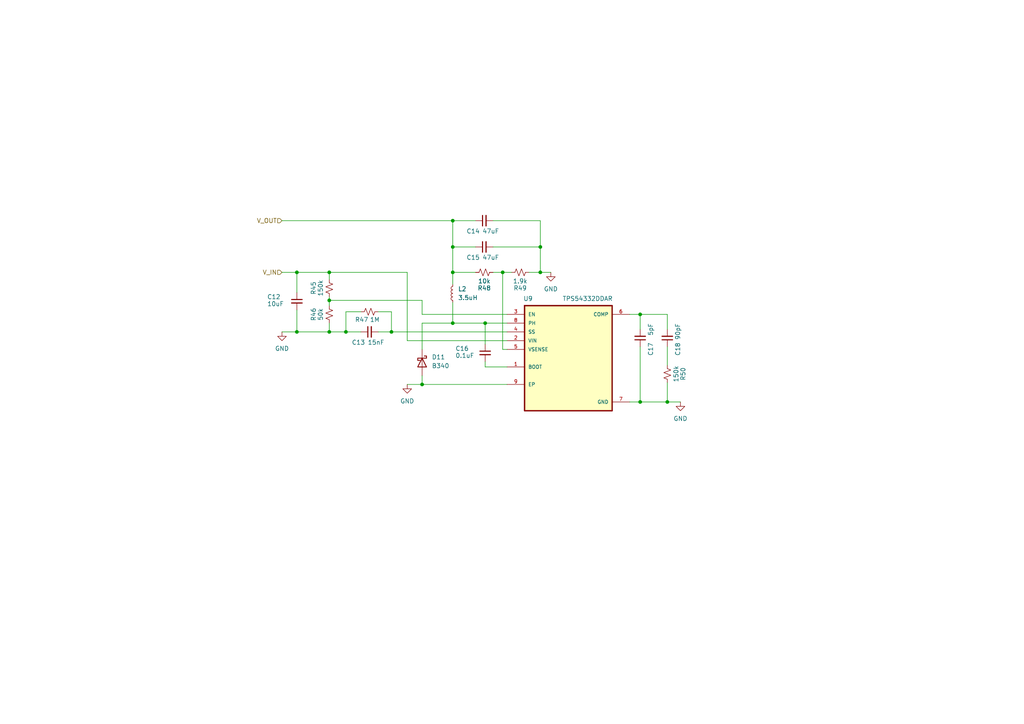
<source format=kicad_sch>
(kicad_sch (version 20211123) (generator eeschema)
  (paper "A4")
  (lib_symbols
    (symbol "Device:C_Small" (pin_numbers hide) (pin_names (offset 0.254) hide)
      (property "Reference" "C" (at 0.254 1.778 0))
      (property "Value" "C_Small" (at 0.254 -2.032 0))
      (symbol "C_Small_0_1"
        (polyline (pts (xy -1.524 -0.508) (xy 1.524 -0.508)) (stroke (width 0.3302)))
        (polyline (pts (xy -1.524 0.508) (xy 1.524 0.508)) (stroke (width 0.3048)))
      )
      (symbol "C_Small_1_1"
        (pin passive line (at 0 2.54 270) (length 2.032) (name "~") (number "1"))
        (pin passive line (at 0 -2.54 90) (length 2.032) (name "~") (number "2"))
      )
    )
    (symbol "Device:L_Small" (pin_numbers hide) (pin_names (offset 0.254) hide)
      (property "Reference" "L" (at 0.762 1.016 0))
      (property "Value" "L_Small" (at 0.762 -1.016 0))
      (symbol "L_Small_0_1"
        (arc (start 0 -2.032) (mid 0.508 -1.524) (end 0 -1.016))
        (arc (start 0 -1.016) (mid 0.508 -0.508) (end 0 0))
        (arc (start 0 0) (mid 0.508 0.508) (end 0 1.016))
        (arc (start 0 1.016) (mid 0.508 1.524) (end 0 2.032))
      )
      (symbol "L_Small_1_1"
        (pin passive line (at 0 2.54 270) (length 0.508) (name "~") (number "1"))
        (pin passive line (at 0 -2.54 90) (length 0.508) (name "~") (number "2"))
      )
    )
    (symbol "Device:R_Small_US" (pin_numbers hide) (pin_names (offset 0.254) hide)
      (property "Reference" "R" (at 0.762 0.508 0))
      (property "Value" "R_Small_US" (at 0.762 -1.016 0))
      (symbol "R_Small_US_1_1"
        (polyline (pts (xy 0 0) (xy 1.016 -0.381) (xy 0 -0.762) (xy -1.016 -1.143) (xy 0 -1.524)))
        (polyline (pts (xy 0 1.524) (xy 1.016 1.143) (xy 0 0.762) (xy -1.016 0.381) (xy 0 0)))
        (pin passive line (at 0 2.54 270) (length 1.016) (name "~") (number "1"))
        (pin passive line (at 0 -2.54 90) (length 1.016) (name "~") (number "2"))
      )
    )
    (symbol "Diode:B340" (pin_numbers hide) (pin_names (offset 1.016) hide)
      (property "Reference" "D" (at 0 2.54 0))
      (property "Value" "B340" (at 0 -2.54 0))
      (symbol "B340_0_1"
        (polyline (pts (xy 1.27 0) (xy -1.27 0)))
        (polyline (pts (xy 1.27 1.27) (xy 1.27 -1.27) (xy -1.27 0) (xy 1.27 1.27)) (stroke (width 0.254)))
        (polyline (pts (xy -1.905 0.635) (xy -1.905 1.27) (xy -1.27 1.27) (xy -1.27 -1.27) (xy -0.635 -1.27) (xy -0.635 -0.635)) (stroke (width 0.254)))
      )
      (symbol "B340_1_1"
        (pin passive line (at -3.81 0 0) (length 2.54) (name "K") (number "1"))
        (pin passive line (at 3.81 0 180) (length 2.54) (name "A") (number "2"))
      )
    )
    (symbol "TPS54332DDAR:TPS54332DDAR" (pin_names (offset 1.016))
      (property "Reference" "U" (at -12.7 16.2306 0))
      (property "Value" "TPS54332DDAR" (at -12.7 -19.2278 0))
      (symbol "TPS54332DDAR_0_0"
        (rectangle (start -12.7 -15.24) (end 12.7 15.24) (stroke (width 0.4064)) (fill (type background)))
        (pin bidirectional line (at -17.78 -2.54 0) (length 5.08) (name "BOOT") (number "1"))
        (pin input line (at -17.78 5.08 0) (length 5.08) (name "VIN") (number "2"))
        (pin input line (at -17.78 12.7 0) (length 5.08) (name "EN") (number "3"))
        (pin input line (at -17.78 7.62 0) (length 5.08) (name "SS") (number "4"))
        (pin input line (at -17.78 2.54 0) (length 5.08) (name "VSENSE") (number "5"))
        (pin output line (at 17.78 12.7 180) (length 5.08) (name "COMP") (number "6"))
        (pin power_in line (at 17.78 -12.7 180) (length 5.08) (name "GND") (number "7"))
        (pin input line (at -17.78 10.16 0) (length 5.08) (name "PH") (number "8"))
        (pin bidirectional line (at -17.78 -7.62 0) (length 5.08) (name "EP") (number "9"))
      )
    )
    (symbol "power:GND" (power) (pin_names (offset 0))
      (property "Value" "GND" (at 0 -3.81 0))
      (symbol "GND_0_1"
        (polyline (pts (xy 0 0) (xy 0 -1.27) (xy 1.27 -1.27) (xy 0 -2.54) (xy -1.27 -1.27) (xy 0 -1.27)))
      )
      (symbol "GND_1_1"
        (pin power_in line (at 0 0 270) (length 0) hide (name "GND") (number "1"))
      )
    )
  )
  (junction (at 131.318 93.726))
  (junction (at 131.318 64.008))
  (junction (at 122.428 111.506))
  (junction (at 156.718 71.628))
  (junction (at 86.106 96.266))
  (junction (at 185.674 116.586))
  (junction (at 156.718 78.994))
  (junction (at 185.674 91.186))
  (junction (at 131.318 71.628))
  (junction (at 86.106 78.994))
  (junction (at 100.33 96.266))
  (junction (at 131.318 78.994))
  (junction (at 145.796 78.994))
  (junction (at 95.504 78.994))
  (junction (at 95.504 87.122))
  (junction (at 95.504 96.266))
  (junction (at 140.716 93.726))
  (junction (at 193.548 116.586))
  (junction (at 113.538 96.266))
  (wire (pts (xy 104.648 90.424) (xy 100.33 90.424)))
  (wire (pts (xy 122.428 93.726) (xy 131.318 93.726)))
  (wire (pts (xy 185.674 91.186) (xy 185.674 95.504)))
  (wire (pts (xy 86.106 96.266) (xy 95.504 96.266)))
  (wire (pts (xy 193.548 91.186) (xy 185.674 91.186)))
  (wire (pts (xy 137.922 64.008) (xy 131.318 64.008)))
  (wire (pts (xy 147.066 101.346) (xy 145.796 101.346)))
  (wire (pts (xy 95.504 87.122) (xy 122.428 87.122)))
  (wire (pts (xy 95.504 96.266) (xy 100.33 96.266)))
  (wire (pts (xy 193.548 100.584) (xy 193.548 105.918)))
  (wire (pts (xy 185.674 116.586) (xy 182.626 116.586)))
  (wire (pts (xy 118.11 98.806) (xy 147.066 98.806)))
  (wire (pts (xy 86.106 78.994) (xy 81.788 78.994)))
  (wire (pts (xy 86.106 89.916) (xy 86.106 96.266)))
  (wire (pts (xy 140.716 93.726) (xy 131.318 93.726)))
  (wire (pts (xy 131.318 71.628) (xy 131.318 78.994)))
  (wire (pts (xy 143.002 64.008) (xy 156.718 64.008)))
  (wire (pts (xy 95.504 86.106) (xy 95.504 87.122)))
  (wire (pts (xy 81.788 96.266) (xy 86.106 96.266)))
  (wire (pts (xy 122.428 87.122) (xy 122.428 91.186)))
  (wire (pts (xy 193.548 116.586) (xy 185.674 116.586)))
  (wire (pts (xy 122.428 91.186) (xy 147.066 91.186)))
  (wire (pts (xy 185.674 100.584) (xy 185.674 116.586)))
  (wire (pts (xy 100.33 90.424) (xy 100.33 96.266)))
  (wire (pts (xy 95.504 78.994) (xy 95.504 81.026)))
  (wire (pts (xy 109.728 90.424) (xy 113.538 90.424)))
  (wire (pts (xy 182.626 91.186) (xy 185.674 91.186)))
  (wire (pts (xy 122.428 111.506) (xy 147.066 111.506)))
  (wire (pts (xy 140.716 93.726) (xy 147.066 93.726)))
  (wire (pts (xy 140.716 104.902) (xy 140.716 106.426)))
  (wire (pts (xy 95.504 78.994) (xy 86.106 78.994)))
  (wire (pts (xy 118.11 78.994) (xy 95.504 78.994)))
  (wire (pts (xy 131.318 64.008) (xy 131.318 71.628)))
  (wire (pts (xy 122.428 101.346) (xy 122.428 93.726)))
  (wire (pts (xy 113.538 90.424) (xy 113.538 96.266)))
  (wire (pts (xy 193.548 95.504) (xy 193.548 91.186)))
  (wire (pts (xy 118.11 111.506) (xy 122.428 111.506)))
  (wire (pts (xy 86.106 78.994) (xy 86.106 84.836)))
  (wire (pts (xy 81.788 64.008) (xy 131.318 64.008)))
  (wire (pts (xy 153.416 78.994) (xy 156.718 78.994)))
  (wire (pts (xy 131.318 87.63) (xy 131.318 93.726)))
  (wire (pts (xy 109.728 96.266) (xy 113.538 96.266)))
  (wire (pts (xy 137.922 71.628) (xy 131.318 71.628)))
  (wire (pts (xy 143.002 71.628) (xy 156.718 71.628)))
  (wire (pts (xy 197.358 116.586) (xy 193.548 116.586)))
  (wire (pts (xy 143.002 78.994) (xy 145.796 78.994)))
  (wire (pts (xy 95.504 87.122) (xy 95.504 88.646)))
  (wire (pts (xy 118.11 98.806) (xy 118.11 78.994)))
  (wire (pts (xy 156.718 78.994) (xy 159.766 78.994)))
  (wire (pts (xy 95.504 93.726) (xy 95.504 96.266)))
  (wire (pts (xy 131.318 78.994) (xy 131.318 82.55)))
  (wire (pts (xy 145.796 78.994) (xy 148.336 78.994)))
  (wire (pts (xy 140.716 93.726) (xy 140.716 99.822)))
  (wire (pts (xy 156.718 64.008) (xy 156.718 71.628)))
  (wire (pts (xy 131.318 78.994) (xy 137.922 78.994)))
  (wire (pts (xy 193.548 110.998) (xy 193.548 116.586)))
  (wire (pts (xy 145.796 101.346) (xy 145.796 78.994)))
  (wire (pts (xy 156.718 71.628) (xy 156.718 78.994)))
  (wire (pts (xy 100.33 96.266) (xy 104.648 96.266)))
  (wire (pts (xy 113.538 96.266) (xy 147.066 96.266)))
  (wire (pts (xy 140.716 106.426) (xy 147.066 106.426)))
  (wire (pts (xy 122.428 108.966) (xy 122.428 111.506)))
  (hierarchical_label "V_OUT" (shape input) (at 81.788 64.008 180))
  (hierarchical_label "V_IN" (shape input) (at 81.788 78.994 180))
  (symbol (lib_id "Device:R_Small_US") (at 140.462 78.994 270)
    (property "Reference" "R48" (at 140.462 83.566 90))
    (property "Value" "10k" (at 140.462 81.534 90))
    (property "Footprint" "Resistor_SMD:R_0603_1608Metric" (effects hide))
  )
  (symbol (lib_id "Device:L_Small") (at 131.318 85.09 180)
    (property "Reference" "L2" (at 132.842 83.8199 0) (effects (justify right)))
    (property "Value" "3.5uH" (at 132.842 86.3599 0) (effects (justify right)))
    (property "Footprint" "Inductor_SMD:L_Bourns_SRP5030T" (effects hide))
  )
  (symbol (lib_id "Device:C_Small") (at 140.462 64.008 90)
    (property "Reference" "C14" (at 139.192 67.056 90) (effects (justify left)))
    (property "Value" "47uF" (at 144.78 67.056 90) (effects (justify left)))
    (property "Footprint" "Capacitor_SMD:C_1206_3216Metric" (effects hide))
  )
  (symbol (lib_id "Device:C_Small") (at 140.716 102.362 0)
    (property "Reference" "C16" (at 132.08 101.092 0) (effects (justify left)))
    (property "Value" "0.1uF" (at 132.08 103.124 0) (effects (justify left)))
    (property "Footprint" "Capacitor_SMD:C_0603_1608Metric" (effects hide))
  )
  (symbol (lib_id "Device:R_Small_US") (at 150.876 78.994 270)
    (property "Reference" "R49" (at 150.876 83.566 90))
    (property "Value" "1.9k" (at 150.876 81.534 90))
    (property "Footprint" "Resistor_SMD:R_0603_1608Metric" (effects hide))
  )
  (symbol (lib_id "Device:C_Small") (at 185.674 98.044 180)
    (property "Reference" "C17" (at 188.722 99.314 90) (effects (justify left)))
    (property "Value" "5pF" (at 188.722 93.726 90) (effects (justify left)))
    (property "Footprint" "Capacitor_SMD:C_0603_1608Metric" (effects hide))
  )
  (symbol (lib_id "Device:R_Small_US") (at 95.504 91.186 180)
    (property "Reference" "R46" (at 90.932 91.186 90))
    (property "Value" "50k" (at 92.964 91.186 90))
    (property "Footprint" "Resistor_SMD:R_0603_1608Metric" (effects hide))
  )
  (symbol (lib_id "power:GND") (at 197.358 116.586 0)
    (property "Reference" "#PWR097" (effects hide))
    (property "Value" "GND" (at 197.358 121.412 0))
  )
  (symbol (lib_id "Device:R_Small_US") (at 107.188 90.424 90)
    (property "Reference" "R47" (at 104.902 92.71 90))
    (property "Value" "1M" (at 108.712 92.71 90))
    (property "Footprint" "Resistor_SMD:R_0603_1608Metric" (effects hide))
  )
  (symbol (lib_id "power:GND") (at 159.766 78.994 0)
    (property "Reference" "#PWR096" (effects hide))
    (property "Value" "GND" (at 159.766 83.82 0))
  )
  (symbol (lib_id "Device:C_Small") (at 107.188 96.266 90)
    (property "Reference" "C13" (at 105.918 99.314 90) (effects (justify left)))
    (property "Value" "15nF" (at 111.506 99.314 90) (effects (justify left)))
    (property "Footprint" "Capacitor_SMD:C_0603_1608Metric" (effects hide))
  )
  (symbol (lib_id "Device:R_Small_US") (at 193.548 108.458 0)
    (property "Reference" "R50" (at 198.12 108.458 90))
    (property "Value" "150k" (at 196.088 108.458 90))
    (property "Footprint" "Resistor_SMD:R_0603_1608Metric" (effects hide))
  )
  (symbol (lib_id "power:GND") (at 81.788 96.266 0)
    (property "Reference" "#PWR094" (effects hide))
    (property "Value" "GND" (at 81.788 101.092 0))
  )
  (symbol (lib_id "power:GND") (at 118.11 111.506 0)
    (property "Reference" "#PWR095" (effects hide))
    (property "Value" "GND" (at 118.11 116.332 0))
  )
  (symbol (lib_id "Device:C_Small") (at 86.106 87.376 0)
    (property "Reference" "C12" (at 77.47 86.106 0) (effects (justify left)))
    (property "Value" "10uF" (at 77.47 88.138 0) (effects (justify left)))
    (property "Footprint" "Capacitor_SMD:C_0603_1608Metric" (effects hide))
  )
  (symbol (lib_id "Diode:B340") (at 122.428 105.156 270)
    (property "Reference" "D11" (at 125.222 103.5684 90) (effects (justify left)))
    (property "Value" "B340" (at 125.222 106.1084 90) (effects (justify left)))
    (property "Footprint" "Diode_SMD:D_SMC" (effects hide))
    (property "Datasheet" "http://www.jameco.com/Jameco/Products/ProdDS/1538777.pdf" (effects hide))
  )
  (symbol (lib_id "Device:C_Small") (at 193.548 98.044 180)
    (property "Reference" "C18" (at 196.596 99.314 90) (effects (justify left)))
    (property "Value" "90pF" (at 196.596 93.726 90) (effects (justify left)))
    (property "Footprint" "Capacitor_SMD:C_0603_1608Metric" (effects hide))
  )
  (symbol (lib_id "Device:R_Small_US") (at 95.504 83.566 180)
    (property "Reference" "R45" (at 90.932 83.566 90))
    (property "Value" "150k" (at 92.964 83.566 90))
    (property "Footprint" "Resistor_SMD:R_0603_1608Metric" (effects hide))
  )
  (symbol (lib_id "TPS54332DDAR:TPS54332DDAR") (at 164.846 103.886 0)
    (property "Reference" "U9" (at 153.162 86.614 0))
    (property "Value" "TPS54332DDAR" (at 170.434 86.614 0))
    (property "Footprint" "TPS54332DDAR:VREG_LM5017MR_NOPB" (effects hide))
  )
  (symbol (lib_id "Device:C_Small") (at 140.462 71.628 90)
    (property "Reference" "C15" (at 139.192 74.676 90) (effects (justify left)))
    (property "Value" "47uF" (at 144.78 74.676 90) (effects (justify left)))
    (property "Footprint" "Capacitor_SMD:C_1206_3216Metric" (effects hide))
  )
)
</source>
